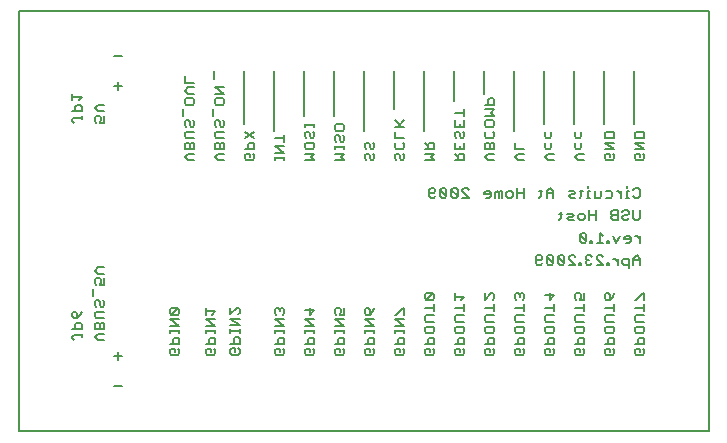
<source format=gbo>
G75*
G70*
%OFA0B0*%
%FSLAX24Y24*%
%IPPOS*%
%LPD*%
%AMOC8*
5,1,8,0,0,1.08239X$1,22.5*
%
%ADD10C,0.0080*%
D10*
X003457Y001018D02*
X003457Y015018D01*
X026457Y015018D01*
X026457Y001018D01*
X003457Y001018D01*
X006637Y002518D02*
X006917Y002518D01*
X006777Y003378D02*
X006777Y003658D01*
X006917Y003518D02*
X006637Y003518D01*
X006317Y004058D02*
X006104Y004058D01*
X005997Y004165D01*
X006104Y004271D01*
X006317Y004271D01*
X006317Y004426D02*
X005997Y004426D01*
X005997Y004586D01*
X006050Y004640D01*
X006104Y004640D01*
X006157Y004586D01*
X006157Y004426D01*
X006317Y004426D02*
X006317Y004586D01*
X006264Y004640D01*
X006211Y004640D01*
X006157Y004586D01*
X006050Y004795D02*
X005997Y004848D01*
X005997Y004955D01*
X006050Y005008D01*
X006317Y005008D01*
X006264Y005163D02*
X006211Y005163D01*
X006157Y005216D01*
X006157Y005323D01*
X006104Y005376D01*
X006050Y005376D01*
X005997Y005323D01*
X005997Y005216D01*
X006050Y005163D01*
X006264Y005163D02*
X006317Y005216D01*
X006317Y005323D01*
X006264Y005376D01*
X005944Y005531D02*
X005944Y005745D01*
X006050Y005899D02*
X005997Y005953D01*
X005997Y006060D01*
X006050Y006113D01*
X006157Y006113D01*
X006211Y006060D01*
X006211Y006006D01*
X006157Y005899D01*
X006317Y005899D01*
X006317Y006113D01*
X006317Y006268D02*
X006104Y006268D01*
X005997Y006375D01*
X006104Y006481D01*
X006317Y006481D01*
X005567Y005008D02*
X005514Y004901D01*
X005407Y004795D01*
X005407Y004955D01*
X005354Y005008D01*
X005300Y005008D01*
X005247Y004955D01*
X005247Y004848D01*
X005300Y004795D01*
X005407Y004795D01*
X005407Y004640D02*
X005354Y004586D01*
X005354Y004426D01*
X005247Y004426D02*
X005567Y004426D01*
X005567Y004586D01*
X005514Y004640D01*
X005407Y004640D01*
X005567Y004271D02*
X005567Y004165D01*
X005567Y004218D02*
X005300Y004218D01*
X005247Y004165D01*
X005247Y004111D01*
X005300Y004058D01*
X006050Y004795D02*
X006317Y004795D01*
X008497Y004754D02*
X008817Y004754D01*
X008764Y004908D02*
X008817Y004962D01*
X008817Y005069D01*
X008764Y005122D01*
X008550Y004908D01*
X008497Y004962D01*
X008497Y005069D01*
X008550Y005122D01*
X008764Y005122D01*
X008764Y004908D02*
X008550Y004908D01*
X008497Y004754D02*
X008817Y004540D01*
X008497Y004540D01*
X008497Y004401D02*
X008497Y004295D01*
X008497Y004348D02*
X008817Y004348D01*
X008817Y004295D02*
X008817Y004401D01*
X008764Y004140D02*
X008657Y004140D01*
X008604Y004086D01*
X008604Y003926D01*
X008497Y003926D02*
X008817Y003926D01*
X008817Y004086D01*
X008764Y004140D01*
X008764Y003771D02*
X008817Y003718D01*
X008817Y003611D01*
X008764Y003558D01*
X008550Y003558D01*
X008497Y003611D01*
X008497Y003718D01*
X008550Y003771D01*
X008657Y003771D01*
X008657Y003665D01*
X009697Y003611D02*
X009697Y003718D01*
X009750Y003771D01*
X009857Y003771D01*
X009857Y003665D01*
X009964Y003771D02*
X010017Y003718D01*
X010017Y003611D01*
X009964Y003558D01*
X009750Y003558D01*
X009697Y003611D01*
X009697Y003926D02*
X010017Y003926D01*
X010017Y004086D01*
X009964Y004140D01*
X009857Y004140D01*
X009804Y004086D01*
X009804Y003926D01*
X009697Y004295D02*
X009697Y004401D01*
X009697Y004348D02*
X010017Y004348D01*
X010017Y004295D02*
X010017Y004401D01*
X010017Y004540D02*
X009697Y004540D01*
X009697Y004754D02*
X010017Y004754D01*
X009911Y004908D02*
X010017Y005015D01*
X009697Y005015D01*
X009697Y004908D02*
X009697Y005122D01*
X009697Y004754D02*
X010017Y004540D01*
X010517Y004550D02*
X010837Y004550D01*
X010517Y004764D01*
X010837Y004764D01*
X010784Y004918D02*
X010837Y004972D01*
X010837Y005079D01*
X010784Y005132D01*
X010731Y005132D01*
X010517Y004918D01*
X010517Y005132D01*
X010517Y004411D02*
X010517Y004305D01*
X010517Y004358D02*
X010837Y004358D01*
X010837Y004305D02*
X010837Y004411D01*
X010784Y004150D02*
X010677Y004150D01*
X010624Y004096D01*
X010624Y003936D01*
X010517Y003936D02*
X010837Y003936D01*
X010837Y004096D01*
X010784Y004150D01*
X010784Y003781D02*
X010837Y003728D01*
X010837Y003621D01*
X010784Y003568D01*
X010570Y003568D01*
X010517Y003621D01*
X010517Y003728D01*
X010570Y003781D01*
X010677Y003781D01*
X010677Y003675D01*
X011997Y003718D02*
X011997Y003611D01*
X012050Y003558D01*
X012264Y003558D01*
X012317Y003611D01*
X012317Y003718D01*
X012264Y003771D01*
X012157Y003771D02*
X012157Y003665D01*
X012157Y003771D02*
X012050Y003771D01*
X011997Y003718D01*
X011997Y003926D02*
X012317Y003926D01*
X012317Y004086D01*
X012264Y004140D01*
X012157Y004140D01*
X012104Y004086D01*
X012104Y003926D01*
X011997Y004295D02*
X011997Y004401D01*
X011997Y004348D02*
X012317Y004348D01*
X012317Y004295D02*
X012317Y004401D01*
X012317Y004540D02*
X011997Y004754D01*
X012317Y004754D01*
X012264Y004908D02*
X012317Y004962D01*
X012317Y005069D01*
X012264Y005122D01*
X012211Y005122D01*
X012157Y005069D01*
X012104Y005122D01*
X012050Y005122D01*
X011997Y005069D01*
X011997Y004962D01*
X012050Y004908D01*
X012157Y005015D02*
X012157Y005069D01*
X011997Y004540D02*
X012317Y004540D01*
X012997Y004540D02*
X013317Y004540D01*
X012997Y004754D01*
X013317Y004754D01*
X013157Y004908D02*
X013157Y005122D01*
X012997Y005069D02*
X013317Y005069D01*
X013157Y004908D01*
X012997Y004401D02*
X012997Y004295D01*
X012997Y004348D02*
X013317Y004348D01*
X013317Y004295D02*
X013317Y004401D01*
X013264Y004140D02*
X013157Y004140D01*
X013104Y004086D01*
X013104Y003926D01*
X012997Y003926D02*
X013317Y003926D01*
X013317Y004086D01*
X013264Y004140D01*
X013264Y003771D02*
X013317Y003718D01*
X013317Y003611D01*
X013264Y003558D01*
X013050Y003558D01*
X012997Y003611D01*
X012997Y003718D01*
X013050Y003771D01*
X013157Y003771D01*
X013157Y003665D01*
X013997Y003611D02*
X013997Y003718D01*
X014050Y003771D01*
X014157Y003771D01*
X014157Y003665D01*
X014264Y003771D02*
X014317Y003718D01*
X014317Y003611D01*
X014264Y003558D01*
X014050Y003558D01*
X013997Y003611D01*
X013997Y003926D02*
X014317Y003926D01*
X014317Y004086D01*
X014264Y004140D01*
X014157Y004140D01*
X014104Y004086D01*
X014104Y003926D01*
X013997Y004295D02*
X013997Y004401D01*
X013997Y004348D02*
X014317Y004348D01*
X014317Y004295D02*
X014317Y004401D01*
X014317Y004540D02*
X013997Y004540D01*
X013997Y004754D02*
X014317Y004754D01*
X014317Y004908D02*
X014157Y004908D01*
X014211Y005015D01*
X014211Y005069D01*
X014157Y005122D01*
X014050Y005122D01*
X013997Y005069D01*
X013997Y004962D01*
X014050Y004908D01*
X013997Y004754D02*
X014317Y004540D01*
X014317Y004908D02*
X014317Y005122D01*
X014997Y005069D02*
X014997Y004962D01*
X015050Y004908D01*
X015157Y004908D01*
X015157Y005069D01*
X015104Y005122D01*
X015050Y005122D01*
X014997Y005069D01*
X015157Y004908D02*
X015264Y005015D01*
X015317Y005122D01*
X015317Y004754D02*
X014997Y004754D01*
X015317Y004540D01*
X014997Y004540D01*
X014997Y004401D02*
X014997Y004295D01*
X014997Y004348D02*
X015317Y004348D01*
X015317Y004295D02*
X015317Y004401D01*
X015264Y004140D02*
X015157Y004140D01*
X015104Y004086D01*
X015104Y003926D01*
X014997Y003926D02*
X015317Y003926D01*
X015317Y004086D01*
X015264Y004140D01*
X015264Y003771D02*
X015317Y003718D01*
X015317Y003611D01*
X015264Y003558D01*
X015050Y003558D01*
X014997Y003611D01*
X014997Y003718D01*
X015050Y003771D01*
X015157Y003771D01*
X015157Y003665D01*
X015997Y003611D02*
X015997Y003718D01*
X016050Y003771D01*
X016157Y003771D01*
X016157Y003665D01*
X016264Y003771D02*
X016317Y003718D01*
X016317Y003611D01*
X016264Y003558D01*
X016050Y003558D01*
X015997Y003611D01*
X015997Y003926D02*
X016317Y003926D01*
X016317Y004086D01*
X016264Y004140D01*
X016157Y004140D01*
X016104Y004086D01*
X016104Y003926D01*
X015997Y004295D02*
X015997Y004401D01*
X015997Y004348D02*
X016317Y004348D01*
X016317Y004295D02*
X016317Y004401D01*
X016317Y004540D02*
X015997Y004754D01*
X016317Y004754D01*
X016317Y004908D02*
X016317Y005122D01*
X016264Y005122D01*
X016050Y004908D01*
X015997Y004908D01*
X015997Y004540D02*
X016317Y004540D01*
X016997Y004455D02*
X017050Y004508D01*
X017264Y004508D01*
X017317Y004455D01*
X017317Y004348D01*
X017264Y004295D01*
X017050Y004295D01*
X016997Y004348D01*
X016997Y004455D01*
X017050Y004663D02*
X016997Y004716D01*
X016997Y004823D01*
X017050Y004876D01*
X017317Y004876D01*
X017317Y005031D02*
X017317Y005245D01*
X017317Y005138D02*
X016997Y005138D01*
X017050Y005399D02*
X017264Y005613D01*
X017050Y005613D01*
X016997Y005560D01*
X016997Y005453D01*
X017050Y005399D01*
X017264Y005399D01*
X017317Y005453D01*
X017317Y005560D01*
X017264Y005613D01*
X017997Y005613D02*
X017997Y005399D01*
X017997Y005506D02*
X018317Y005506D01*
X018211Y005399D01*
X018317Y005245D02*
X018317Y005031D01*
X018317Y005138D02*
X017997Y005138D01*
X018050Y004876D02*
X018317Y004876D01*
X018317Y004663D02*
X018050Y004663D01*
X017997Y004716D01*
X017997Y004823D01*
X018050Y004876D01*
X018050Y004508D02*
X018264Y004508D01*
X018317Y004455D01*
X018317Y004348D01*
X018264Y004295D01*
X018050Y004295D01*
X017997Y004348D01*
X017997Y004455D01*
X018050Y004508D01*
X018157Y004140D02*
X018104Y004086D01*
X018104Y003926D01*
X017997Y003926D02*
X018317Y003926D01*
X018317Y004086D01*
X018264Y004140D01*
X018157Y004140D01*
X018157Y003771D02*
X018050Y003771D01*
X017997Y003718D01*
X017997Y003611D01*
X018050Y003558D01*
X018264Y003558D01*
X018317Y003611D01*
X018317Y003718D01*
X018264Y003771D01*
X018157Y003771D02*
X018157Y003665D01*
X018997Y003611D02*
X018997Y003718D01*
X019050Y003771D01*
X019157Y003771D01*
X019157Y003665D01*
X019264Y003771D02*
X019317Y003718D01*
X019317Y003611D01*
X019264Y003558D01*
X019050Y003558D01*
X018997Y003611D01*
X018997Y003926D02*
X019317Y003926D01*
X019317Y004086D01*
X019264Y004140D01*
X019157Y004140D01*
X019104Y004086D01*
X019104Y003926D01*
X019050Y004295D02*
X018997Y004348D01*
X018997Y004455D01*
X019050Y004508D01*
X019264Y004508D01*
X019317Y004455D01*
X019317Y004348D01*
X019264Y004295D01*
X019050Y004295D01*
X019050Y004663D02*
X018997Y004716D01*
X018997Y004823D01*
X019050Y004876D01*
X019317Y004876D01*
X019317Y005031D02*
X019317Y005245D01*
X019317Y005138D02*
X018997Y005138D01*
X018997Y005399D02*
X019211Y005613D01*
X019264Y005613D01*
X019317Y005560D01*
X019317Y005453D01*
X019264Y005399D01*
X018997Y005399D02*
X018997Y005613D01*
X019997Y005560D02*
X019997Y005453D01*
X020050Y005399D01*
X020157Y005506D02*
X020157Y005560D01*
X020104Y005613D01*
X020050Y005613D01*
X019997Y005560D01*
X020157Y005560D02*
X020211Y005613D01*
X020264Y005613D01*
X020317Y005560D01*
X020317Y005453D01*
X020264Y005399D01*
X020317Y005245D02*
X020317Y005031D01*
X020317Y005138D02*
X019997Y005138D01*
X020050Y004876D02*
X019997Y004823D01*
X019997Y004716D01*
X020050Y004663D01*
X020317Y004663D01*
X020264Y004508D02*
X020317Y004455D01*
X020317Y004348D01*
X020264Y004295D01*
X020050Y004295D01*
X019997Y004348D01*
X019997Y004455D01*
X020050Y004508D01*
X020264Y004508D01*
X020317Y004876D02*
X020050Y004876D01*
X019317Y004663D02*
X019050Y004663D01*
X020104Y004086D02*
X020104Y003926D01*
X019997Y003926D02*
X020317Y003926D01*
X020317Y004086D01*
X020264Y004140D01*
X020157Y004140D01*
X020104Y004086D01*
X020157Y003771D02*
X020157Y003665D01*
X020157Y003771D02*
X020050Y003771D01*
X019997Y003718D01*
X019997Y003611D01*
X020050Y003558D01*
X020264Y003558D01*
X020317Y003611D01*
X020317Y003718D01*
X020264Y003771D01*
X020997Y003718D02*
X020997Y003611D01*
X021050Y003558D01*
X021264Y003558D01*
X021317Y003611D01*
X021317Y003718D01*
X021264Y003771D01*
X021157Y003771D02*
X021157Y003665D01*
X021157Y003771D02*
X021050Y003771D01*
X020997Y003718D01*
X020997Y003926D02*
X021317Y003926D01*
X021317Y004086D01*
X021264Y004140D01*
X021157Y004140D01*
X021104Y004086D01*
X021104Y003926D01*
X021050Y004295D02*
X020997Y004348D01*
X020997Y004455D01*
X021050Y004508D01*
X021264Y004508D01*
X021317Y004455D01*
X021317Y004348D01*
X021264Y004295D01*
X021050Y004295D01*
X021050Y004663D02*
X020997Y004716D01*
X020997Y004823D01*
X021050Y004876D01*
X021317Y004876D01*
X021317Y005031D02*
X021317Y005245D01*
X021317Y005138D02*
X020997Y005138D01*
X021157Y005399D02*
X021157Y005613D01*
X020997Y005560D02*
X021317Y005560D01*
X021157Y005399D01*
X021997Y005453D02*
X022050Y005399D01*
X021997Y005453D02*
X021997Y005560D01*
X022050Y005613D01*
X022157Y005613D01*
X022211Y005560D01*
X022211Y005506D01*
X022157Y005399D01*
X022317Y005399D01*
X022317Y005613D01*
X022317Y005245D02*
X022317Y005031D01*
X022317Y005138D02*
X021997Y005138D01*
X022050Y004876D02*
X022317Y004876D01*
X022317Y004663D02*
X022050Y004663D01*
X021997Y004716D01*
X021997Y004823D01*
X022050Y004876D01*
X022050Y004508D02*
X022264Y004508D01*
X022317Y004455D01*
X022317Y004348D01*
X022264Y004295D01*
X022050Y004295D01*
X021997Y004348D01*
X021997Y004455D01*
X022050Y004508D01*
X022157Y004140D02*
X022104Y004086D01*
X022104Y003926D01*
X021997Y003926D02*
X022317Y003926D01*
X022317Y004086D01*
X022264Y004140D01*
X022157Y004140D01*
X022157Y003771D02*
X022050Y003771D01*
X021997Y003718D01*
X021997Y003611D01*
X022050Y003558D01*
X022264Y003558D01*
X022317Y003611D01*
X022317Y003718D01*
X022264Y003771D01*
X022157Y003771D02*
X022157Y003665D01*
X022997Y003611D02*
X022997Y003718D01*
X023050Y003771D01*
X023157Y003771D01*
X023157Y003665D01*
X023264Y003771D02*
X023317Y003718D01*
X023317Y003611D01*
X023264Y003558D01*
X023050Y003558D01*
X022997Y003611D01*
X022997Y003926D02*
X023317Y003926D01*
X023317Y004086D01*
X023264Y004140D01*
X023157Y004140D01*
X023104Y004086D01*
X023104Y003926D01*
X023050Y004295D02*
X022997Y004348D01*
X022997Y004455D01*
X023050Y004508D01*
X023264Y004508D01*
X023317Y004455D01*
X023317Y004348D01*
X023264Y004295D01*
X023050Y004295D01*
X023050Y004663D02*
X022997Y004716D01*
X022997Y004823D01*
X023050Y004876D01*
X023317Y004876D01*
X023317Y005031D02*
X023317Y005245D01*
X023317Y005138D02*
X022997Y005138D01*
X023050Y005399D02*
X022997Y005453D01*
X022997Y005560D01*
X023050Y005613D01*
X023104Y005613D01*
X023157Y005560D01*
X023157Y005399D01*
X023050Y005399D01*
X023157Y005399D02*
X023264Y005506D01*
X023317Y005613D01*
X023997Y005399D02*
X024050Y005399D01*
X024264Y005613D01*
X024317Y005613D01*
X024317Y005399D01*
X024317Y005245D02*
X024317Y005031D01*
X024317Y005138D02*
X023997Y005138D01*
X024050Y004876D02*
X023997Y004823D01*
X023997Y004716D01*
X024050Y004663D01*
X024317Y004663D01*
X024264Y004508D02*
X024317Y004455D01*
X024317Y004348D01*
X024264Y004295D01*
X024050Y004295D01*
X023997Y004348D01*
X023997Y004455D01*
X024050Y004508D01*
X024264Y004508D01*
X024317Y004876D02*
X024050Y004876D01*
X023317Y004663D02*
X023050Y004663D01*
X024104Y004086D02*
X024104Y003926D01*
X023997Y003926D02*
X024317Y003926D01*
X024317Y004086D01*
X024264Y004140D01*
X024157Y004140D01*
X024104Y004086D01*
X024157Y003771D02*
X024157Y003665D01*
X024157Y003771D02*
X024050Y003771D01*
X023997Y003718D01*
X023997Y003611D01*
X024050Y003558D01*
X024264Y003558D01*
X024317Y003611D01*
X024317Y003718D01*
X024264Y003771D01*
X021317Y004663D02*
X021050Y004663D01*
X021122Y006558D02*
X021229Y006558D01*
X021282Y006611D01*
X021069Y006825D01*
X021069Y006611D01*
X021122Y006558D01*
X021282Y006611D02*
X021282Y006825D01*
X021229Y006878D01*
X021122Y006878D01*
X021069Y006825D01*
X020914Y006825D02*
X020914Y006771D01*
X020860Y006718D01*
X020700Y006718D01*
X020700Y006611D02*
X020700Y006825D01*
X020754Y006878D01*
X020860Y006878D01*
X020914Y006825D01*
X020914Y006611D02*
X020860Y006558D01*
X020754Y006558D01*
X020700Y006611D01*
X021437Y006611D02*
X021490Y006558D01*
X021597Y006558D01*
X021650Y006611D01*
X021437Y006825D01*
X021437Y006611D01*
X021650Y006611D02*
X021650Y006825D01*
X021597Y006878D01*
X021490Y006878D01*
X021437Y006825D01*
X021805Y006825D02*
X021859Y006878D01*
X021965Y006878D01*
X022019Y006825D01*
X021805Y006825D02*
X021805Y006771D01*
X022019Y006558D01*
X021805Y006558D01*
X022149Y006558D02*
X022203Y006558D01*
X022203Y006611D01*
X022149Y006611D01*
X022149Y006558D01*
X022358Y006611D02*
X022411Y006558D01*
X022518Y006558D01*
X022571Y006611D01*
X022464Y006718D02*
X022411Y006718D01*
X022358Y006665D01*
X022358Y006611D01*
X022411Y006718D02*
X022358Y006771D01*
X022358Y006825D01*
X022411Y006878D01*
X022518Y006878D01*
X022571Y006825D01*
X022726Y006825D02*
X022779Y006878D01*
X022886Y006878D01*
X022939Y006825D01*
X022726Y006825D02*
X022726Y006771D01*
X022939Y006558D01*
X022726Y006558D01*
X023070Y006558D02*
X023070Y006611D01*
X023124Y006611D01*
X023124Y006558D01*
X023070Y006558D01*
X023324Y006771D02*
X023430Y006665D01*
X023430Y006771D02*
X023430Y006558D01*
X023585Y006611D02*
X023639Y006558D01*
X023799Y006558D01*
X023799Y006451D02*
X023799Y006771D01*
X023639Y006771D01*
X023585Y006718D01*
X023585Y006611D01*
X023324Y006771D02*
X023270Y006771D01*
X023954Y006771D02*
X023954Y006558D01*
X023954Y006718D02*
X024167Y006718D01*
X024167Y006771D02*
X024167Y006558D01*
X024167Y006771D02*
X024060Y006878D01*
X023954Y006771D01*
X023807Y007308D02*
X023700Y007308D01*
X023807Y007308D02*
X023860Y007361D01*
X023860Y007468D01*
X023807Y007521D01*
X023700Y007521D01*
X023647Y007468D01*
X023647Y007415D01*
X023860Y007415D01*
X024007Y007521D02*
X024060Y007521D01*
X024167Y007415D01*
X024167Y007521D02*
X024167Y007308D01*
X023492Y007521D02*
X023385Y007308D01*
X023278Y007521D01*
X023124Y007361D02*
X023070Y007361D01*
X023070Y007308D01*
X023124Y007308D01*
X023124Y007361D01*
X022939Y007308D02*
X022726Y007308D01*
X022833Y007308D02*
X022833Y007628D01*
X022939Y007521D01*
X022571Y007361D02*
X022518Y007361D01*
X022518Y007308D01*
X022571Y007308D01*
X022571Y007361D01*
X022387Y007361D02*
X022173Y007575D01*
X022173Y007361D01*
X022227Y007308D01*
X022334Y007308D01*
X022387Y007361D01*
X022387Y007575D01*
X022334Y007628D01*
X022227Y007628D01*
X022173Y007575D01*
X022165Y008058D02*
X022112Y008111D01*
X022112Y008218D01*
X022165Y008271D01*
X022272Y008271D01*
X022325Y008218D01*
X022325Y008111D01*
X022272Y008058D01*
X022165Y008058D01*
X021957Y008058D02*
X021797Y008058D01*
X021744Y008111D01*
X021797Y008165D01*
X021904Y008165D01*
X021957Y008218D01*
X021904Y008271D01*
X021744Y008271D01*
X021589Y008271D02*
X021482Y008271D01*
X021536Y008325D02*
X021536Y008111D01*
X021482Y008058D01*
X021282Y008808D02*
X021282Y009021D01*
X021175Y009128D01*
X021069Y009021D01*
X021069Y008808D01*
X021069Y008968D02*
X021282Y008968D01*
X020914Y009021D02*
X020807Y009021D01*
X020860Y009075D02*
X020860Y008861D01*
X020807Y008808D01*
X020300Y008808D02*
X020300Y009128D01*
X020300Y008968D02*
X020086Y008968D01*
X019932Y008968D02*
X019878Y009021D01*
X019771Y009021D01*
X019718Y008968D01*
X019718Y008861D01*
X019771Y008808D01*
X019878Y008808D01*
X019932Y008861D01*
X019932Y008968D01*
X020086Y009128D02*
X020086Y008808D01*
X019563Y008808D02*
X019563Y009021D01*
X019510Y009021D01*
X019457Y008968D01*
X019403Y009021D01*
X019350Y008968D01*
X019350Y008808D01*
X019457Y008808D02*
X019457Y008968D01*
X019195Y008968D02*
X019142Y009021D01*
X019035Y009021D01*
X018981Y008968D01*
X018981Y008915D01*
X019195Y008915D01*
X019195Y008968D02*
X019195Y008861D01*
X019142Y008808D01*
X019035Y008808D01*
X018458Y008808D02*
X018245Y009021D01*
X018245Y009075D01*
X018298Y009128D01*
X018405Y009128D01*
X018458Y009075D01*
X018458Y008808D02*
X018245Y008808D01*
X018090Y008861D02*
X017877Y009075D01*
X017877Y008861D01*
X017930Y008808D01*
X018037Y008808D01*
X018090Y008861D01*
X018090Y009075D01*
X018037Y009128D01*
X017930Y009128D01*
X017877Y009075D01*
X017722Y009075D02*
X017668Y009128D01*
X017562Y009128D01*
X017508Y009075D01*
X017722Y008861D01*
X017668Y008808D01*
X017562Y008808D01*
X017508Y008861D01*
X017508Y009075D01*
X017353Y009075D02*
X017353Y009021D01*
X017300Y008968D01*
X017140Y008968D01*
X017140Y008861D02*
X017140Y009075D01*
X017193Y009128D01*
X017300Y009128D01*
X017353Y009075D01*
X017353Y008861D02*
X017300Y008808D01*
X017193Y008808D01*
X017140Y008861D01*
X017722Y008861D02*
X017722Y009075D01*
X017997Y010058D02*
X018317Y010058D01*
X018317Y010218D01*
X018264Y010271D01*
X018157Y010271D01*
X018104Y010218D01*
X018104Y010058D01*
X018104Y010165D02*
X017997Y010271D01*
X017997Y010426D02*
X017997Y010640D01*
X018050Y010795D02*
X017997Y010848D01*
X017997Y010955D01*
X018050Y011008D01*
X018104Y011008D01*
X018157Y010955D01*
X018157Y010848D01*
X018211Y010795D01*
X018264Y010795D01*
X018317Y010848D01*
X018317Y010955D01*
X018264Y011008D01*
X018317Y011163D02*
X017997Y011163D01*
X017997Y011376D01*
X018157Y011270D02*
X018157Y011163D01*
X018317Y011163D02*
X018317Y011376D01*
X018317Y011531D02*
X018317Y011745D01*
X018317Y011638D02*
X017997Y011638D01*
X017957Y012018D02*
X017957Y013018D01*
X016957Y013018D02*
X016957Y011018D01*
X016997Y010640D02*
X017104Y010533D01*
X017104Y010586D02*
X017104Y010426D01*
X016997Y010426D02*
X017317Y010426D01*
X017317Y010586D01*
X017264Y010640D01*
X017157Y010640D01*
X017104Y010586D01*
X016997Y010271D02*
X017317Y010271D01*
X017211Y010165D01*
X017317Y010058D01*
X016997Y010058D01*
X016317Y010111D02*
X016264Y010058D01*
X016211Y010058D01*
X016157Y010111D01*
X016157Y010218D01*
X016104Y010271D01*
X016050Y010271D01*
X015997Y010218D01*
X015997Y010111D01*
X016050Y010058D01*
X016317Y010111D02*
X016317Y010218D01*
X016264Y010271D01*
X016264Y010426D02*
X016050Y010426D01*
X015997Y010480D01*
X015997Y010586D01*
X016050Y010640D01*
X015997Y010795D02*
X015997Y011008D01*
X015997Y011163D02*
X016317Y011163D01*
X016157Y011216D02*
X015997Y011376D01*
X016104Y011163D02*
X016317Y011376D01*
X015957Y011768D02*
X015957Y013018D01*
X014957Y013018D02*
X014957Y011018D01*
X015050Y010640D02*
X014997Y010586D01*
X014997Y010480D01*
X015050Y010426D01*
X015157Y010480D02*
X015157Y010586D01*
X015104Y010640D01*
X015050Y010640D01*
X015157Y010480D02*
X015211Y010426D01*
X015264Y010426D01*
X015317Y010480D01*
X015317Y010586D01*
X015264Y010640D01*
X015264Y010271D02*
X015317Y010218D01*
X015317Y010111D01*
X015264Y010058D01*
X015211Y010058D01*
X015157Y010111D01*
X015157Y010218D01*
X015104Y010271D01*
X015050Y010271D01*
X014997Y010218D01*
X014997Y010111D01*
X015050Y010058D01*
X014317Y010058D02*
X014211Y010165D01*
X014317Y010271D01*
X013997Y010271D01*
X013997Y010426D02*
X013997Y010533D01*
X013997Y010480D02*
X014317Y010480D01*
X014317Y010533D02*
X014317Y010426D01*
X014264Y010672D02*
X014211Y010672D01*
X014157Y010725D01*
X014157Y010832D01*
X014104Y010885D01*
X014050Y010885D01*
X013997Y010832D01*
X013997Y010725D01*
X014050Y010672D01*
X014264Y010672D02*
X014317Y010725D01*
X014317Y010832D01*
X014264Y010885D01*
X014264Y011040D02*
X014050Y011040D01*
X013997Y011093D01*
X013997Y011200D01*
X014050Y011254D01*
X014264Y011254D01*
X014317Y011200D01*
X014317Y011093D01*
X014264Y011040D01*
X013957Y011518D02*
X013957Y013018D01*
X012957Y013018D02*
X012957Y011518D01*
X012997Y011270D02*
X012997Y011163D01*
X012997Y011216D02*
X013317Y011216D01*
X013317Y011163D02*
X013317Y011270D01*
X013264Y011008D02*
X013317Y010955D01*
X013317Y010848D01*
X013264Y010795D01*
X013211Y010795D01*
X013157Y010848D01*
X013157Y010955D01*
X013104Y011008D01*
X013050Y011008D01*
X012997Y010955D01*
X012997Y010848D01*
X013050Y010795D01*
X013050Y010640D02*
X013264Y010640D01*
X013317Y010586D01*
X013317Y010480D01*
X013264Y010426D01*
X013050Y010426D01*
X012997Y010480D01*
X012997Y010586D01*
X013050Y010640D01*
X012997Y010271D02*
X013317Y010271D01*
X013211Y010165D01*
X013317Y010058D01*
X012997Y010058D01*
X012317Y010058D02*
X012317Y010165D01*
X012317Y010111D02*
X011997Y010111D01*
X011997Y010058D02*
X011997Y010165D01*
X011997Y010303D02*
X012317Y010303D01*
X011997Y010517D01*
X012317Y010517D01*
X012317Y010672D02*
X012317Y010885D01*
X012317Y010779D02*
X011997Y010779D01*
X011957Y011018D02*
X011957Y013018D01*
X010957Y013018D02*
X010957Y011268D01*
X010997Y011008D02*
X011317Y010795D01*
X011264Y010640D02*
X011157Y010640D01*
X011104Y010586D01*
X011104Y010426D01*
X010997Y010426D02*
X011317Y010426D01*
X011317Y010586D01*
X011264Y010640D01*
X010997Y010795D02*
X011317Y011008D01*
X011264Y010271D02*
X011317Y010218D01*
X011317Y010111D01*
X011264Y010058D01*
X011050Y010058D01*
X010997Y010111D01*
X010997Y010218D01*
X011050Y010271D01*
X011157Y010271D01*
X011157Y010165D01*
X010317Y010271D02*
X010104Y010271D01*
X009997Y010165D01*
X010104Y010058D01*
X010317Y010058D01*
X010317Y010426D02*
X009997Y010426D01*
X009997Y010586D01*
X010050Y010640D01*
X010104Y010640D01*
X010157Y010586D01*
X010157Y010426D01*
X010317Y010426D02*
X010317Y010586D01*
X010264Y010640D01*
X010211Y010640D01*
X010157Y010586D01*
X010050Y010795D02*
X009997Y010848D01*
X009997Y010955D01*
X010050Y011008D01*
X010317Y011008D01*
X010264Y011163D02*
X010211Y011163D01*
X010157Y011216D01*
X010157Y011323D01*
X010104Y011376D01*
X010050Y011376D01*
X009997Y011323D01*
X009997Y011216D01*
X010050Y011163D01*
X010264Y011163D02*
X010317Y011216D01*
X010317Y011323D01*
X010264Y011376D01*
X009944Y011531D02*
X009944Y011745D01*
X010050Y011899D02*
X009997Y011953D01*
X009997Y012060D01*
X010050Y012113D01*
X010264Y012113D01*
X010317Y012060D01*
X010317Y011953D01*
X010264Y011899D01*
X010050Y011899D01*
X009997Y012268D02*
X010317Y012268D01*
X009997Y012481D01*
X010317Y012481D01*
X009957Y012768D02*
X009957Y013018D01*
X009317Y012636D02*
X008997Y012636D01*
X008997Y012850D01*
X009104Y012481D02*
X008997Y012375D01*
X009104Y012268D01*
X009317Y012268D01*
X009264Y012113D02*
X009050Y012113D01*
X008997Y012060D01*
X008997Y011953D01*
X009050Y011899D01*
X009264Y011899D01*
X009317Y011953D01*
X009317Y012060D01*
X009264Y012113D01*
X009317Y012481D02*
X009104Y012481D01*
X008944Y011745D02*
X008944Y011531D01*
X009050Y011376D02*
X008997Y011323D01*
X008997Y011216D01*
X009050Y011163D01*
X009157Y011216D02*
X009157Y011323D01*
X009104Y011376D01*
X009050Y011376D01*
X009157Y011216D02*
X009211Y011163D01*
X009264Y011163D01*
X009317Y011216D01*
X009317Y011323D01*
X009264Y011376D01*
X009317Y011008D02*
X009050Y011008D01*
X008997Y010955D01*
X008997Y010848D01*
X009050Y010795D01*
X009317Y010795D01*
X009264Y010640D02*
X009211Y010640D01*
X009157Y010586D01*
X009157Y010426D01*
X008997Y010426D02*
X009317Y010426D01*
X009317Y010586D01*
X009264Y010640D01*
X009157Y010586D02*
X009104Y010640D01*
X009050Y010640D01*
X008997Y010586D01*
X008997Y010426D01*
X009104Y010271D02*
X009317Y010271D01*
X009104Y010271D02*
X008997Y010165D01*
X009104Y010058D01*
X009317Y010058D01*
X010050Y010795D02*
X010317Y010795D01*
X006917Y012518D02*
X006637Y012518D01*
X006777Y012658D02*
X006777Y012378D01*
X006317Y011890D02*
X006104Y011890D01*
X005997Y011783D01*
X006104Y011676D01*
X006317Y011676D01*
X006317Y011521D02*
X006317Y011308D01*
X006157Y011308D01*
X006211Y011415D01*
X006211Y011468D01*
X006157Y011521D01*
X006050Y011521D01*
X005997Y011468D01*
X005997Y011361D01*
X006050Y011308D01*
X005567Y011415D02*
X005567Y011521D01*
X005567Y011468D02*
X005300Y011468D01*
X005247Y011415D01*
X005247Y011361D01*
X005300Y011308D01*
X005247Y011676D02*
X005567Y011676D01*
X005567Y011836D01*
X005514Y011890D01*
X005407Y011890D01*
X005354Y011836D01*
X005354Y011676D01*
X005461Y012045D02*
X005567Y012151D01*
X005247Y012151D01*
X005247Y012045D02*
X005247Y012258D01*
X006637Y013518D02*
X006917Y013518D01*
X013997Y010058D02*
X014317Y010058D01*
X015997Y010795D02*
X016317Y010795D01*
X016264Y010640D02*
X016317Y010586D01*
X016317Y010480D01*
X016264Y010426D01*
X017997Y010426D02*
X018317Y010426D01*
X018317Y010640D01*
X018157Y010533D02*
X018157Y010426D01*
X018997Y010426D02*
X018997Y010586D01*
X019050Y010640D01*
X019104Y010640D01*
X019157Y010586D01*
X019157Y010426D01*
X018997Y010426D02*
X019317Y010426D01*
X019317Y010586D01*
X019264Y010640D01*
X019211Y010640D01*
X019157Y010586D01*
X019050Y010795D02*
X018997Y010848D01*
X018997Y010955D01*
X019050Y011008D01*
X019050Y011163D02*
X018997Y011216D01*
X018997Y011323D01*
X019050Y011376D01*
X019264Y011376D01*
X019317Y011323D01*
X019317Y011216D01*
X019264Y011163D01*
X019050Y011163D01*
X019264Y011008D02*
X019317Y010955D01*
X019317Y010848D01*
X019264Y010795D01*
X019050Y010795D01*
X019104Y010271D02*
X019317Y010271D01*
X019104Y010271D02*
X018997Y010165D01*
X019104Y010058D01*
X019317Y010058D01*
X019997Y010165D02*
X020104Y010271D01*
X020317Y010271D01*
X020317Y010426D02*
X019997Y010426D01*
X019997Y010640D01*
X019957Y011018D02*
X019957Y013018D01*
X018957Y013018D02*
X018957Y012268D01*
X019157Y012113D02*
X019104Y012060D01*
X019104Y011899D01*
X018997Y011899D02*
X019317Y011899D01*
X019317Y012060D01*
X019264Y012113D01*
X019157Y012113D01*
X019317Y011745D02*
X018997Y011745D01*
X019211Y011638D02*
X019317Y011745D01*
X019211Y011638D02*
X019317Y011531D01*
X018997Y011531D01*
X020957Y011268D02*
X020957Y013018D01*
X021957Y013018D02*
X021957Y011268D01*
X021997Y011008D02*
X021997Y010848D01*
X022050Y010795D01*
X022157Y010795D01*
X022211Y010848D01*
X022211Y011008D01*
X022211Y010640D02*
X022211Y010480D01*
X022157Y010426D01*
X022050Y010426D01*
X021997Y010480D01*
X021997Y010640D01*
X022104Y010271D02*
X022317Y010271D01*
X022104Y010271D02*
X021997Y010165D01*
X022104Y010058D01*
X022317Y010058D01*
X022997Y010111D02*
X023050Y010058D01*
X023264Y010058D01*
X023317Y010111D01*
X023317Y010218D01*
X023264Y010271D01*
X023157Y010271D02*
X023157Y010165D01*
X023157Y010271D02*
X023050Y010271D01*
X022997Y010218D01*
X022997Y010111D01*
X022997Y010426D02*
X023317Y010426D01*
X022997Y010640D01*
X023317Y010640D01*
X023317Y010795D02*
X022997Y010795D01*
X022997Y010955D01*
X023050Y011008D01*
X023264Y011008D01*
X023317Y010955D01*
X023317Y010795D01*
X023997Y010795D02*
X023997Y010955D01*
X024050Y011008D01*
X024264Y011008D01*
X024317Y010955D01*
X024317Y010795D01*
X023997Y010795D01*
X023997Y010640D02*
X024317Y010640D01*
X024317Y010426D02*
X023997Y010640D01*
X023997Y010426D02*
X024317Y010426D01*
X024264Y010271D02*
X024317Y010218D01*
X024317Y010111D01*
X024264Y010058D01*
X024050Y010058D01*
X023997Y010111D01*
X023997Y010218D01*
X024050Y010271D01*
X024157Y010271D01*
X024157Y010165D01*
X023745Y009182D02*
X023745Y009128D01*
X023745Y009021D02*
X023745Y008808D01*
X023692Y008808D02*
X023799Y008808D01*
X023954Y008861D02*
X024007Y008808D01*
X024114Y008808D01*
X024167Y008861D01*
X024167Y009075D01*
X024114Y009128D01*
X024007Y009128D01*
X023954Y009075D01*
X023799Y009021D02*
X023745Y009021D01*
X023553Y009021D02*
X023553Y008808D01*
X023553Y008915D02*
X023446Y009021D01*
X023393Y009021D01*
X023246Y008968D02*
X023246Y008861D01*
X023193Y008808D01*
X023033Y008808D01*
X022878Y008861D02*
X022825Y008808D01*
X022664Y008808D01*
X022664Y009021D01*
X022510Y009021D02*
X022456Y009021D01*
X022456Y008808D01*
X022403Y008808D02*
X022510Y008808D01*
X022211Y008861D02*
X022157Y008808D01*
X022211Y008861D02*
X022211Y009075D01*
X022264Y009021D02*
X022157Y009021D01*
X022019Y008968D02*
X021965Y009021D01*
X021805Y009021D01*
X021859Y008915D02*
X021965Y008915D01*
X022019Y008968D01*
X022019Y008808D02*
X021859Y008808D01*
X021805Y008861D01*
X021859Y008915D01*
X022456Y009128D02*
X022456Y009182D01*
X022878Y009021D02*
X022878Y008861D01*
X023033Y009021D02*
X023193Y009021D01*
X023246Y008968D01*
X023270Y008378D02*
X023217Y008325D01*
X023217Y008271D01*
X023270Y008218D01*
X023430Y008218D01*
X023270Y008218D02*
X023217Y008165D01*
X023217Y008111D01*
X023270Y008058D01*
X023430Y008058D01*
X023430Y008378D01*
X023270Y008378D01*
X023585Y008325D02*
X023639Y008378D01*
X023745Y008378D01*
X023799Y008325D01*
X023799Y008271D01*
X023745Y008218D01*
X023639Y008218D01*
X023585Y008165D01*
X023585Y008111D01*
X023639Y008058D01*
X023745Y008058D01*
X023799Y008111D01*
X023954Y008111D02*
X023954Y008378D01*
X024167Y008378D02*
X024167Y008111D01*
X024114Y008058D01*
X024007Y008058D01*
X023954Y008111D01*
X022694Y008058D02*
X022694Y008378D01*
X022694Y008218D02*
X022480Y008218D01*
X022480Y008378D02*
X022480Y008058D01*
X021317Y010058D02*
X021104Y010058D01*
X020997Y010165D01*
X021104Y010271D01*
X021317Y010271D01*
X021157Y010426D02*
X021050Y010426D01*
X020997Y010480D01*
X020997Y010640D01*
X021050Y010795D02*
X020997Y010848D01*
X020997Y011008D01*
X021211Y011008D02*
X021211Y010848D01*
X021157Y010795D01*
X021050Y010795D01*
X021211Y010640D02*
X021211Y010480D01*
X021157Y010426D01*
X020317Y010058D02*
X020104Y010058D01*
X019997Y010165D01*
X022957Y011268D02*
X022957Y013018D01*
X023957Y013018D02*
X023957Y011268D01*
X017317Y004663D02*
X017050Y004663D01*
X017157Y004140D02*
X017104Y004086D01*
X017104Y003926D01*
X016997Y003926D02*
X017317Y003926D01*
X017317Y004086D01*
X017264Y004140D01*
X017157Y004140D01*
X017157Y003771D02*
X017050Y003771D01*
X016997Y003718D01*
X016997Y003611D01*
X017050Y003558D01*
X017264Y003558D01*
X017317Y003611D01*
X017317Y003718D01*
X017264Y003771D01*
X017157Y003771D02*
X017157Y003665D01*
M02*

</source>
